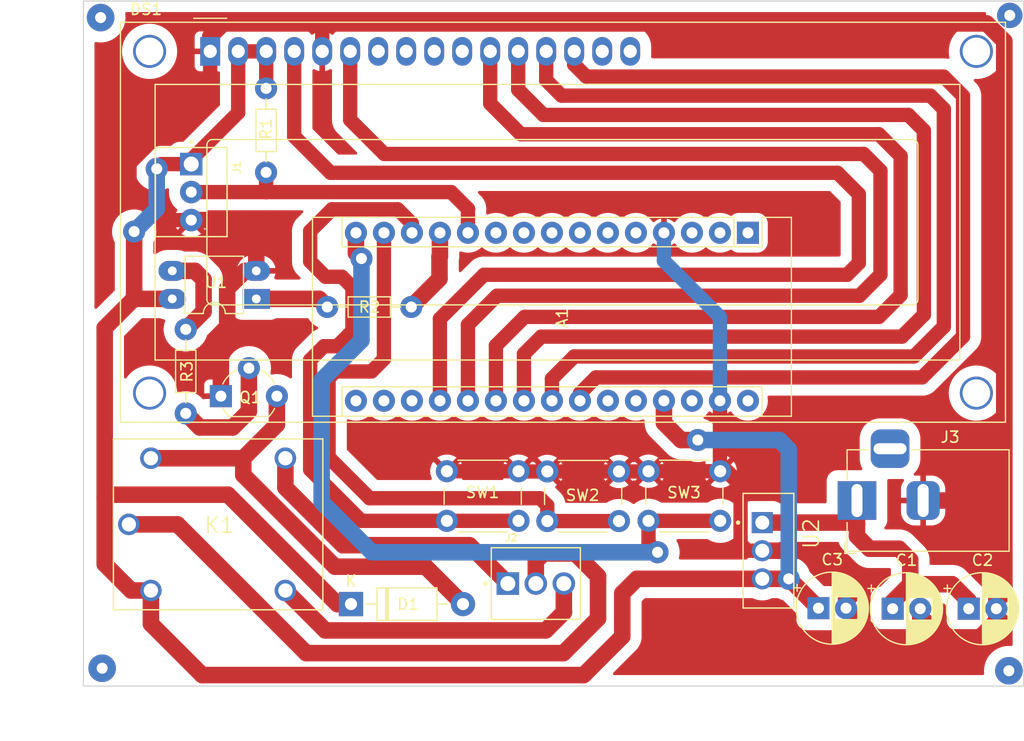
<source format=kicad_pcb>
(kicad_pcb (version 20211014) (generator pcbnew)
  (layers (0 "F.Cu" signal) (31 "B.Cu" signal) (34 "B.Paste" user) (35 "F.Paste" user) (36 "B.SilkS" user "B.Silkscreen") (37 "F.SilkS" user "F.Silkscreen") (38 "B.Mask" user) (39 "F.Mask" user) (44 "Edge.Cuts" user))
  (net 0 "")
  (net 6 "A0")
  (net 7 "GND")
  (net 8 "A1")
  (net 10 "A2")
  (net 12 "A3")
  (net 14 "A4")
  (net 16 "A5")
  (net 21 "D8")
  (net 22 "VCC")
  (net 23 "D9")
  (net 25 "D10")
  (net 26 "D11")
  (net 28 "D12")
  (net 30 "Net-(D1-Pad2)")
  (net 37 "Net-(J2-Pad1)")
  (net 38 "Net-(J2-Pad2)")
  (net 39 "Net-(J2-Pad3)")
  (net 40 "Net-(Q1-Pad2)")
  (net 41 "Net-(R2-Pad1)")
  (net 42 "Net-(R3-Pad2)")
  (net 43 "Net-(C1-Pad1)")
  (footprint "Resistor_THT:R_Axial_DIN0204_L3.6mm_D1.6mm_P7.62mm_Horizontal" (layer "F.Cu") (at 131.46 74.95)
    (fp_text reference "R2" (at 3.83 0.01) (layer "F.SilkS"))
    (fp_text value "470")
    (pad "1" thru_hole circle locked (at 0 0) (size 2 2) (drill 1) (layers *.Cu *.Mask) (net 41 "Net-(R2-Pad1)"))
    (pad "2" thru_hole oval locked (at 7.62 0) (size 2 2) (drill 1) (layers *.Cu *.Mask) (net 23 "D9"))
  )
  (footprint "Display:WC1602A" (layer "F.Cu") (at 120.84 51.7625)
    (fp_text reference "DS1" (at -5.82 -3.81) (layer "F.SilkS"))
    (fp_text value "WC1602A")
    (pad "" thru_hole circle locked (at -5.4991 31.0007) (size 3 3) (drill 2.5) (layers *.Cu *.Mask))
    (pad "" thru_hole circle locked (at 69.5 0) (size 3 3) (drill 2.5) (layers *.Cu *.Mask))
    (pad "" thru_hole circle locked (at 69.49948 31.0007) (size 3 3) (drill 2.5) (layers *.Cu *.Mask))
    (pad "" thru_hole circle locked (at -5.4991 0) (size 3 3) (drill 2.5) (layers *.Cu *.Mask))
    (pad "1" thru_hole rect locked (at 0 0) (size 1.8 2.6) (drill 1.2) (layers *.Cu *.Mask) (net 7 "GND"))
    (pad "2" thru_hole oval locked (at 2.54 0) (size 1.8 2.6) (drill 1.2) (layers *.Cu *.Mask) (net 22 "VCC"))
    (pad "3" thru_hole oval locked (at 5.08 0) (size 1.8 2.6) (drill 1.2) (layers *.Cu *.Mask) (net 22 "VCC"))
    (pad "4" thru_hole oval locked (at 7.62 0) (size 1.8 2.6) (drill 1.2) (layers *.Cu *.Mask) (net 6 "A0"))
    (pad "5" thru_hole oval locked (at 10.16 0) (size 1.8 2.6) (drill 1.2) (layers *.Cu *.Mask) (net 7 "GND"))
    (pad "6" thru_hole oval locked (at 12.7 0) (size 1.8 2.6) (drill 1.2) (layers *.Cu *.Mask) (net 8 "A1"))
    (pad "7" thru_hole oval locked (at 15.24 0) (size 1.8 2.6) (drill 1.2) (layers *.Cu *.Mask))
    (pad "8" thru_hole oval locked (at 17.78 0) (size 1.8 2.6) (drill 1.2) (layers *.Cu *.Mask))
    (pad "9" thru_hole oval locked (at 20.32 0) (size 1.8 2.6) (drill 1.2) (layers *.Cu *.Mask))
    (pad "10" thru_hole oval locked (at 22.86 0) (size 1.8 2.6) (drill 1.2) (layers *.Cu *.Mask))
    (pad "11" thru_hole oval locked (at 25.4 0) (size 1.8 2.6) (drill 1.2) (layers *.Cu *.Mask) (net 10 "A2"))
    (pad "12" thru_hole oval locked (at 27.94 0) (size 1.8 2.6) (drill 1.2) (layers *.Cu *.Mask) (net 12 "A3"))
    (pad "13" thru_hole oval locked (at 30.48 0) (size 1.8 2.6) (drill 1.2) (layers *.Cu *.Mask) (net 14 "A4"))
    (pad "14" thru_hole oval locked (at 33.02 0) (size 1.8 2.6) (drill 1.2) (layers *.Cu *.Mask) (net 16 "A5"))
    (pad "15" thru_hole oval locked (at 35.56 0) (size 1.8 2.6) (drill 1.2) (layers *.Cu *.Mask))
    (pad "16" thru_hole oval locked (at 38.1 0) (size 1.8 2.6) (drill 1.2) (layers *.Cu *.Mask))
  )
  (footprint "Module:Arduino_Nano" (layer "F.Cu") (at 169.62 68.22 -90)
    (fp_text reference "A1" (at 7.73 16.85 90) (layer "F.SilkS"))
    (fp_text value "Arduino_Nano_v2.x")
    (pad "1" thru_hole rect locked (at 0 0 270) (size 2 2) (drill 1) (layers *.Cu *.Mask))
    (pad "2" thru_hole oval locked (at 0 2.54 270) (size 2 2) (drill 1) (layers *.Cu *.Mask))
    (pad "3" thru_hole oval locked (at 0 5.08 270) (size 2 2) (drill 1) (layers *.Cu *.Mask))
    (pad "4" thru_hole oval locked (at 0 7.62 270) (size 2 2) (drill 1) (layers *.Cu *.Mask) (net 7 "GND"))
    (pad "5" thru_hole oval locked (at 0 10.16 270) (size 2 2) (drill 1) (layers *.Cu *.Mask))
    (pad "6" thru_hole oval locked (at 0 12.7 270) (size 2 2) (drill 1) (layers *.Cu *.Mask))
    (pad "7" thru_hole oval locked (at 0 15.24 270) (size 2 2) (drill 1) (layers *.Cu *.Mask))
    (pad "8" thru_hole oval locked (at 0 17.78 270) (size 2 2) (drill 1) (layers *.Cu *.Mask))
    (pad "9" thru_hole oval locked (at 0 20.32 270) (size 2 2) (drill 1) (layers *.Cu *.Mask))
    (pad "10" thru_hole oval locked (at 0 22.86 270) (size 2 2) (drill 1) (layers *.Cu *.Mask))
    (pad "11" thru_hole oval locked (at 0 25.4 270) (size 1.6 1.6) (drill 1) (layers *.Cu *.Mask) (net 21 "D8"))
    (pad "12" thru_hole oval locked (at 0 27.94 270) (size 1.6 1.6) (drill 1) (layers *.Cu *.Mask) (net 23 "D9"))
    (pad "13" thru_hole oval locked (at 0 30.48 270) (size 1.6 1.6) (drill 1) (layers *.Cu *.Mask) (net 25 "D10"))
    (pad "14" thru_hole oval locked (at 0 33.02 270) (size 1.6 1.6) (drill 1) (layers *.Cu *.Mask) (net 26 "D11"))
    (pad "15" thru_hole oval locked (at 0 35.56 270) (size 1.6 1.6) (drill 1) (layers *.Cu *.Mask) (net 28 "D12"))
    (pad "16" thru_hole oval locked (at 15.24 35.56 270) (size 2 2) (drill 1) (layers *.Cu *.Mask))
    (pad "17" thru_hole oval locked (at 15.24 33.02 270) (size 2 2) (drill 1) (layers *.Cu *.Mask))
    (pad "18" thru_hole oval locked (at 15.24 30.48 270) (size 2 2) (drill 1) (layers *.Cu *.Mask))
    (pad "19" thru_hole oval locked (at 15.24 27.94 270) (size 1.6 1.6) (drill 1) (layers *.Cu *.Mask) (net 6 "A0"))
    (pad "20" thru_hole oval locked (at 15.24 25.4 270) (size 1.6 1.6) (drill 1) (layers *.Cu *.Mask) (net 8 "A1"))
    (pad "21" thru_hole oval locked (at 15.24 22.86 270) (size 1.6 1.6) (drill 1) (layers *.Cu *.Mask) (net 10 "A2"))
    (pad "22" thru_hole oval locked (at 15.24 20.32 270) (size 1.6 1.6) (drill 1) (layers *.Cu *.Mask) (net 12 "A3"))
    (pad "23" thru_hole oval locked (at 15.24 17.78 270) (size 1.6 1.6) (drill 1) (layers *.Cu *.Mask) (net 14 "A4"))
    (pad "24" thru_hole oval locked (at 15.24 15.24 270) (size 1.6 1.6) (drill 1) (layers *.Cu *.Mask) (net 16 "A5"))
    (pad "25" thru_hole oval locked (at 15.24 12.7 270) (size 2 2) (drill 1) (layers *.Cu *.Mask))
    (pad "26" thru_hole oval locked (at 15.24 10.16 270) (size 2 2) (drill 1) (layers *.Cu *.Mask))
    (pad "27" thru_hole oval locked (at 15.24 7.62 270) (size 2 2) (drill 1) (layers *.Cu *.Mask) (net 22 "VCC"))
    (pad "28" thru_hole oval locked (at 15.24 5.08 270) (size 2 2) (drill 1) (layers *.Cu *.Mask))
    (pad "29" thru_hole oval locked (at 15.24 2.54 270) (size 2 2) (drill 1) (layers *.Cu *.Mask) (net 7 "GND"))
    (pad "30" thru_hole oval locked (at 15.24 0 270) (size 2 2) (drill 1) (layers *.Cu *.Mask))
  )
  (footprint "Button_Switch_THT:SW_PUSH_6mm" (layer "F.Cu") (at 160.6 89.85)
    (fp_text reference "SW3" (at 3.22 1.94) (layer "F.SilkS"))
    (fp_text value "Select")
    (pad "1" thru_hole circle locked (at 6.5 0 90) (size 2 2) (drill 1.1) (layers *.Cu *.Mask) (net 7 "GND"))
    (pad "1" thru_hole circle locked (at 0 0 90) (size 2 2) (drill 1.1) (layers *.Cu *.Mask) (net 7 "GND"))
    (pad "2" thru_hole circle locked (at 6.5 4.5 90) (size 2 2) (drill 1.1) (layers *.Cu *.Mask) (net 28 "D12"))
    (pad "2" thru_hole circle locked (at 0 4.5 90) (size 2 2) (drill 1.1) (layers *.Cu *.Mask) (net 28 "D12"))
  )
  (footprint "282834-3:TE_282834-3" (layer "F.Cu") (at 147.8385 100.04)
    (fp_text reference "J2" (at 0.302098 -4.157686) (layer "F.SilkS") (effects (font (size 0.640198 0.640198))))
    (fp_text value "Output Relay")
    (pad "1" thru_hole rect locked (at 0 0) (size 2.04 2.04) (drill 1.36) (layers *.Cu *.Mask) (net 37 "Net-(J2-Pad1)"))
    (pad "2" thru_hole circle locked (at 2.54 0) (size 2.04 2.04) (drill 1.36) (layers *.Cu *.Mask) (net 38 "Net-(J2-Pad2)"))
    (pad "3" thru_hole circle locked (at 5.08 0) (size 2.04 2.04) (drill 1.36) (layers *.Cu *.Mask) (net 39 "Net-(J2-Pad3)"))
  )
  (footprint "Capacitor_THT:CP_Radial_D6.3mm_P2.50mm" (layer "F.Cu") (at 182.747621 102.32)
    (fp_text reference "C1" (at 1.25 -4.4) (layer "F.SilkS"))
    (fp_text value "47uF")
    (pad "1" thru_hole rect locked (at 0 0) (size 2 2) (drill 1) (layers *.Cu *.Mask) (net 43 "Net-(C1-Pad1)"))
    (pad "2" thru_hole circle locked (at 2.5 0) (size 2 2) (drill 1) (layers *.Cu *.Mask) (net 7 "GND"))
  )
  (footprint "Package_TO_SOT_THT:TO-92_Wide" (layer "F.Cu") (at 121.81 83.04)
    (fp_text reference "Q1" (at 2.66 0.12) (layer "F.SilkS"))
    (fp_text value "2N3904")
    (pad "1" thru_hole rect locked (at 0 0) (size 2 2) (drill 1) (layers *.Cu *.Mask) (net 7 "GND"))
    (pad "2" thru_hole circle locked (at 2.54 -2.54) (size 2 2) (drill 1) (layers *.Cu *.Mask) (net 40 "Net-(Q1-Pad2)"))
    (pad "3" thru_hole circle locked (at 5.08 0) (size 2 2) (drill 1) (layers *.Cu *.Mask) (net 30 "Net-(D1-Pad2)"))
  )
  (footprint "Capacitor_THT:CP_Radial_D6.3mm_P2.50mm" (layer "F.Cu") (at 189.647621 102.32)
    (fp_text reference "C2" (at 1.25 -4.4) (layer "F.SilkS"))
    (fp_text value "10uF")
    (pad "1" thru_hole rect locked (at 0 0) (size 2 2) (drill 1) (layers *.Cu *.Mask) (net 43 "Net-(C1-Pad1)"))
    (pad "2" thru_hole circle locked (at 2.5 0) (size 2 2) (drill 1) (layers *.Cu *.Mask) (net 7 "GND"))
  )
  (footprint "282834-3:TE_282834-3" (layer "F.Cu") (at 119.12 61.9885 -90)
    (fp_text reference "J1" (at 0.302098 -4.157686 90) (layer "F.SilkS") (effects (font (size 0.640198 0.640198))))
    (fp_text value "Sensor Suhu")
    (pad "1" thru_hole rect locked (at 0 0 270) (size 2.04 2.04) (drill 1.36) (layers *.Cu *.Mask) (net 22 "VCC"))
    (pad "2" thru_hole circle locked (at 2.54 0 270) (size 2.04 2.04) (drill 1) (layers *.Cu *.Mask) (net 21 "D8"))
    (pad "3" thru_hole circle locked (at 5.08 0 270) (size 2.04 2.04) (drill 1) (layers *.Cu *.Mask) (net 7 "GND"))
  )
  (footprint "Resistor_THT:R_Axial_DIN0204_L3.6mm_D1.6mm_P7.62mm_Horizontal" (layer "F.Cu") (at 125.91 55.1225 -90)
    (fp_text reference "R1" (at 3.68 0.01 90) (layer "F.SilkS"))
    (fp_text value "4K7")
    (pad "1" thru_hole circle locked (at 0 0 270) (size 2 2) (drill 1) (layers *.Cu *.Mask) (net 22 "VCC"))
    (pad "2" thru_hole circle locked (at 7.62 0 270) (size 2 2) (drill 1) (layers *.Cu *.Mask) (net 21 "D8"))
  )
  (footprint "JQC-3F-1C-24VDC:RELAY_JQC-3F-1C-24VDC" (layer "F.Cu") (at 121.56 94.67 180)
    (fp_text reference "K1" (at -0.12 -0.07) (layer "F.SilkS") (effects (font (size 1.4 1.4))))
    (fp_text value "JQC-3F-1C-24VDC")
    (pad "COIL1" thru_hole circle locked (at 6.1 -6 180) (size 1.95 1.95) (drill 1.3) (layers *.Cu *.Mask) (net 22 "VCC"))
    (pad "COIL2" thru_hole circle locked (at 6.1 6 180) (size 1.95 1.95) (drill 1.3) (layers *.Cu *.Mask) (net 30 "Net-(D1-Pad2)"))
    (pad "COM" thru_hole circle locked (at 8.1 0 180) (size 1.95 1.95) (drill 1.3) (layers *.Cu *.Mask) (net 38 "Net-(J2-Pad2)"))
    (pad "NC" thru_hole circle locked (at -6.1 6 180) (size 1.95 1.95) (drill 1.3) (layers *.Cu *.Mask) (net 37 "Net-(J2-Pad1)"))
    (pad "NO" thru_hole circle locked (at -6.1 -6 180) (size 1.95 1.95) (drill 1.3) (layers *.Cu *.Mask) (net 39 "Net-(J2-Pad3)"))
  )
  (footprint "Resistor_THT:R_Axial_DIN0204_L3.6mm_D1.6mm_P7.62mm_Horizontal" (layer "F.Cu") (at 118.62 84.6 90)
    (fp_text reference "R3" (at 3.78 0.11 90) (layer "F.SilkS"))
    (fp_text value "120")
    (pad "1" thru_hole circle locked (at 0 0 90) (size 2 2) (drill 1) (layers *.Cu *.Mask) (net 40 "Net-(Q1-Pad2)"))
    (pad "2" thru_hole oval locked (at 7.62 0 90) (size 2 2) (drill 1) (layers *.Cu *.Mask) (net 42 "Net-(R3-Pad2)"))
  )
  (footprint "Package_DIP:DIP-4_W7.62mm" (layer "F.Cu") (at 125.02 74.215 180)
    (fp_text reference "U1" (at 3.65 1.505) (layer "F.SilkS"))
    (fp_text value "PC817")
    (pad "1" thru_hole rect locked (at 0 0 180) (size 2.5 1.8) (drill 0.8) (layers *.Cu *.Mask) (net 41 "Net-(R2-Pad1)"))
    (pad "2" thru_hole oval locked (at 0 2.54 180) (size 2.5 1.8) (drill 0.8) (layers *.Cu *.Mask) (net 7 "GND"))
    (pad "3" thru_hole oval locked (at 7.62 2.54 180) (size 2.5 1.8) (drill 0.8) (layers *.Cu *.Mask) (net 42 "Net-(R3-Pad2)"))
    (pad "4" thru_hole oval locked (at 7.62 0 180) (size 2.5 1.8) (drill 0.8) (layers *.Cu *.Mask) (net 22 "VCC"))
  )
  (footprint "Capacitor_THT:CP_Radial_D6.3mm_P2.50mm" (layer "F.Cu") (at 176.017621 102.27)
    (fp_text reference "C3" (at 1.25 -4.4) (layer "F.SilkS"))
    (fp_text value "0.1uF")
    (pad "1" thru_hole rect locked (at 0 0) (size 2 2) (drill 1) (layers *.Cu *.Mask) (net 22 "VCC"))
    (pad "2" thru_hole circle locked (at 2.5 0) (size 2 2) (drill 1) (layers *.Cu *.Mask) (net 7 "GND"))
  )
  (footprint "L7805CV:TO255P1040X460X1968-3" (layer "F.Cu") (at 170.92 94.51 -90)
    (fp_text reference "U2" (at 0.995 -4.444 90) (layer "F.SilkS") (effects (font (size 1.4 1.4))))
    (fp_text value "L7805CV")
    (pad "1" thru_hole rect locked (at 0 0 270) (size 1.91 1.91) (drill 1.27) (layers *.Cu *.Mask) (net 43 "Net-(C1-Pad1)"))
    (pad "2" thru_hole circle locked (at 2.55 0 270) (size 1.91 1.91) (drill 1.27) (layers *.Cu *.Mask) (net 7 "GND"))
    (pad "3" thru_hole circle locked (at 5.1 0 270) (size 1.91 1.91) (drill 1.27) (layers *.Cu *.Mask) (net 22 "VCC"))
  )
  (footprint "Diode_THT:D_DO-41_SOD81_P10.16mm_Horizontal" (layer "F.Cu") (at 133.61 101.9)
    (fp_text reference "D1" (at 5.17 0.02) (layer "F.SilkS"))
    (fp_text value "1N4007")
    (fp_text user "K" (at 0 -2.1) (layer "F.SilkS"))
    (pad "1" thru_hole rect locked (at 0 0) (size 2.2 2.2) (drill 1.1) (layers *.Cu *.Mask) (net 22 "VCC"))
    (pad "2" thru_hole oval locked (at 10.16 0) (size 2.2 2.2) (drill 1.1) (layers *.Cu *.Mask) (net 30 "Net-(D1-Pad2)"))
  )
  (footprint "Button_Switch_THT:SW_PUSH_6mm" (layer "F.Cu") (at 142.31 89.85)
    (fp_text reference "SW1" (at 3.23 1.92) (layer "F.SilkS"))
    (fp_text value "Up")
    (pad "1" thru_hole circle locked (at 0 0 90) (size 2 2) (drill 1.1) (layers *.Cu *.Mask) (net 7 "GND"))
    (pad "1" thru_hole circle locked (at 6.5 0 90) (size 2 2) (drill 1.1) (layers *.Cu *.Mask) (net 7 "GND"))
    (pad "2" thru_hole circle locked (at 0 4.5 90) (size 2 2) (drill 1.1) (layers *.Cu *.Mask) (net 25 "D10"))
    (pad "2" thru_hole circle locked (at 6.5 4.5 90) (size 2 2) (drill 1.1) (layers *.Cu *.Mask) (net 25 "D10"))
  )
  (footprint "Button_Switch_THT:SW_PUSH_6mm" (layer "F.Cu") (at 151.42 89.87)
    (fp_text reference "SW2" (at 3.2 2.16) (layer "F.SilkS"))
    (fp_text value "Down")
    (pad "1" thru_hole circle locked (at 0 0 90) (size 2 2) (drill 1.1) (layers *.Cu *.Mask) (net 7 "GND"))
    (pad "1" thru_hole circle locked (at 6.5 0 90) (size 2 2) (drill 1.1) (layers *.Cu *.Mask) (net 7 "GND"))
    (pad "2" thru_hole circle locked (at 6.5 4.5 90) (size 2 2) (drill 1.1) (layers *.Cu *.Mask) (net 26 "D11"))
    (pad "2" thru_hole circle locked (at 0 4.5 90) (size 2 2) (drill 1.1) (layers *.Cu *.Mask) (net 26 "D11"))
  )
  (footprint "Connector_BarrelJack:BarrelJack_Horizontal" (layer "F.Cu") (at 179.51 92.5075 180)
    (fp_text reference "J3" (at -8.45 5.75) (layer "F.SilkS"))
    (fp_text value "Jack-DC")
    (pad "1" thru_hole rect locked (at 0 0 180) (size 3.5 3.5) (drill oval 1 3) (layers *.Cu *.Mask) (net 43 "Net-(C1-Pad1)"))
    (pad "2" thru_hole roundrect locked (at -6 0 180) (size 3 3.5) (drill oval 1 3) (layers *.Cu *.Mask) (net 7 "GND"))
    (pad "3" thru_hole roundrect locked (at -3 4.7 180) (size 3.5 3.5) (drill oval 3 1) (layers *.Cu *.Mask))
  )
  (gr_poly (pts (xy 194.63 109.34) (xy 109.34 109.34) (xy 109.34 47.2) (xy 194.63 47.2)) (layer "Edge.Cuts") (width 0.1) (fill none))
  (via (at 193.29 107.95) (size 2.5) (drill 1) (layers "F.Cu" "B.Cu") (net 0))
  (via (at 110.9 48.7) (size 2.5) (drill 1) (layers "F.Cu" "B.Cu") (net 0))
  (via (at 111.04 107.72) (size 2.5) (drill 1) (layers "F.Cu" "B.Cu") (net 0))
  (via (at 193.37 48.5) (size 2.3) (drill 1) (layers "F.Cu" "B.Cu") (net 0))
  (segment (start 128.46 51.7625) (end 128.46 59.48) (width 1.3) (layer "F.Cu") (net 6))
  (segment (start 179.68 64.72) (end 179.68 70.96) (width 1.3) (layer "F.Cu") (net 6))
  (segment (start 141.68 76.02) (end 141.68 83.46) (width 1.3) (layer "F.Cu") (net 6))
  (segment (start 131.76 62.78) (end 177.74 62.78) (width 1.3) (layer "F.Cu") (net 6))
  (segment (start 178.61 72.03) (end 145.67 72.03) (width 1.3) (layer "F.Cu") (net 6))
  (segment (start 145.67 72.03) (end 141.68 76.02) (width 1.3) (layer "F.Cu") (net 6))
  (segment (start 179.68 70.96) (end 178.61 72.03) (width 1.3) (layer "F.Cu") (net 6))
  (segment (start 128.46 59.48) (end 131.76 62.78) (width 1.3) (layer "F.Cu") (net 6))
  (segment (start 177.74 62.78) (end 179.68 64.72) (width 1.3) (layer "F.Cu") (net 6))
  (via (at 141.68 83.46) (size 2) (drill 1) (layers "F.Cu" "B.Cu") (net 6))
  (segment (start 185.247621 102.32) (end 185.247621 104.557621) (width 1.5) (layer "F.Cu") (net 7))
  (segment (start 170.92 97.06) (end 176.71 97.06) (width 1.5) (layer "F.Cu") (net 7))
  (segment (start 191.271633 49.23) (end 130.4 49.23) (width 1.5) (layer "F.Cu") (net 7))
  (segment (start 123.39 67.03) (end 123.3515 67.0685) (width 1.5) (layer "F.Cu") (net 7))
  (segment (start 113.52 61.93) (end 113.52 64.237) (width 1.3) (layer "F.Cu") (net 7))
  (segment (start 190.678991 104.92) (end 185.61 104.92) (width 1.5) (layer "F.Cu") (net 7))
  (segment (start 192.147621 102.32) (end 192.147621 103.45137) (width 1.5) (layer "F.Cu") (net 7))
  (segment (start 157.92 89.87) (end 160.58 89.87) (width 1.3) (layer "F.Cu") (net 7))
  (segment (start 176.71 97.06) (end 178.517621 98.867621) (width 1.5) (layer "F.Cu") (net 7))
  (segment (start 192.147621 94.627621) (end 192.147621 102.32) (width 1.5) (layer "F.Cu") (net 7))
  (segment (start 178.517621 98.867621) (end 178.517621 102.27) (width 1.5) (layer "F.Cu") (net 7))
  (segment (start 123.995 71.675) (end 125.02 71.675) (width 1.5) (layer "F.Cu") (net 7))
  (segment (start 167.08 89.83) (end 167.1 89.85) (width 1.3) (layer "F.Cu") (net 7))
  (segment (start 131 49.83) (end 131 51.7625) (width 1.3) (layer "F.Cu") (net 7))
  (segment (start 185.51 92.5075) (end 190.0275 92.5075) (width 1.5) (layer "F.Cu") (net 7))
  (segment (start 151.42 89.87) (end 148.83 89.87) (width 1.3) (layer "F.Cu") (net 7))
  (segment (start 122.38 73.29) (end 123.995 71.675) (width 1.5) (layer "F.Cu") (net 7))
  (segment (start 190.0275 87.7325) (end 192.87 84.89) (width 1.5) (layer "F.Cu") (net 7))
  (segment (start 157.92 89.87) (end 151.42 89.87) (width 1.3) (layer "F.Cu") (net 7))
  (segment (start 192.87 50.828367) (end 191.271633 49.23) (width 1.5) (layer "F.Cu") (net 7))
  (segment (start 160.58 89.87) (end 160.6 89.85) (width 1.3) (layer "F.Cu") (net 7))
  (segment (start 148.83 89.87) (end 148.81 89.85) (width 1.3) (layer "F.Cu") (net 7))
  (segment (start 169.569427 97.06) (end 170.92 97.06) (width 1.3) (layer "F.Cu") (net 7))
  (segment (start 122.02 49.23) (end 130.4 49.23) (width 1.5) (layer "F.Cu") (net 7))
  (segment (start 142.31 89.85) (end 148.81 89.85) (width 1.3) (layer "F.Cu") (net 7))
  (segment (start 190.0275 92.5075) (end 190.0275 87.7325) (width 1.5) (layer "F.Cu") (net 7))
  (segment (start 167.1 89.85) (end 160.6 89.85) (width 1.3) (layer "F.Cu") (net 7))
  (segment (start 120.84 51.7625) (end 120.84 50.41) (width 1.3) (layer "F.Cu") (net 7))
  (segment (start 167.1 89.85) (end 167.75 89.85) (width 1.3) (layer "F.Cu") (net 7))
  (segment (start 168.949511 96.440084) (end 169.569427 97.06) (width 1.3) (layer "F.Cu") (net 7))
  (segment (start 125.02 71.675) (end 125.02 68.66) (width 1.5) (layer "F.Cu") (net 7))
  (segment (start 190.0275 92.5075) (end 192.147621 94.627621) (width 1.5) (layer "F.Cu") (net 7))
  (segment (start 116.3515 67.0685) (end 119.12 67.0685) (width 1.3) (layer "F.Cu") (net 7))
  (segment (start 120.84 50.41) (end 122.02 49.23) (width 1.5) (layer "F.Cu") (net 7))
  (segment (start 192.87 84.89) (end 192.87 50.828367) (width 1.5) (layer "F.Cu") (net 7))
  (segment (start 120.84 51.7625) (end 120.84 56.38) (width 1.3) (layer "F.Cu") (net 7))
  (segment (start 118.11 59.11) (end 116.34 59.11) (width 1.3) (layer "F.Cu") (net 7))
  (segment (start 168.949511 91.049511) (end 168.949511 96.440084) (width 1.3) (layer "F.Cu") (net 7))
  (segment (start 113.52 64.237) (end 116.3515 67.0685) (width 1.3) (layer "F.Cu") (net 7))
  (segment (start 123.3515 67.0685) (end 119.12 67.0685) (width 1.5) (layer "F.Cu") (net 7))
  (segment (start 116.34 59.11) (end 113.52 61.93) (width 1.3) (layer "F.Cu") (net 7))
  (segment (start 185.247621 104.557621) (end 185.61 104.92) (width 1.5) (layer "F.Cu") (net 7))
  (segment (start 192.147621 103.45137) (end 190.678991 104.92) (width 1.5) (layer "F.Cu") (net 7))
  (segment (start 167.08 83.46) (end 167.08 89.83) (width 1.3) (layer "F.Cu") (net 7))
  (segment (start 185.61 104.92) (end 181.167621 104.92) (width 1.5) (layer "F.Cu") (net 7))
  (segment (start 167.75 89.85) (end 168.949511 91.049511) (width 1.3) (layer "F.Cu") (net 7))
  (segment (start 121.81 78.46) (end 122.38 77.89) (width 1.5) (layer "F.Cu") (net 7))
  (segment (start 120.84 56.38) (end 118.11 59.11) (width 1.3) (layer "F.Cu") (net 7))
  (segment (start 121.81 83.04) (end 121.81 78.46) (width 1.5) (layer "F.Cu") (net 7))
  (segment (start 181.167621 104.92) (end 178.517621 102.27) (width 1.5) (layer "F.Cu") (net 7))
  (segment (start 122.38 77.89) (end 122.38 73.29) (width 1.5) (layer "F.Cu") (net 7))
  (segment (start 125.02 68.66) (end 123.39 67.03) (width 1.5) (layer "F.Cu") (net 7))
  (segment (start 162 68.22) (end 162 70.77) (width 1.3) (layer "B.Cu") (net 7))
  (segment (start 162 70.77) (end 167.08 75.85) (width 1.3) (layer "B.Cu") (net 7))
  (segment (start 167.08 75.85) (end 167.08 83.46) (width 1.3) (layer "B.Cu") (net 7))
  (segment (start 144.22 76.56) (end 146.85 73.93) (width 1.3) (layer "F.Cu") (net 8))
  (segment (start 146.85 73.93) (end 179.73 73.93) (width 1.3) (layer "F.Cu") (net 8))
  (segment (start 136.63 61.07) (end 133.54 57.98) (width 1.3) (layer "F.Cu") (net 8))
  (segment (start 179.73 73.93) (end 181.64 72.02) (width 1.3) (layer "F.Cu") (net 8))
  (segment (start 180.12 61.07) (end 136.63 61.07) (width 1.3) (layer "F.Cu") (net 8))
  (segment (start 181.64 72.02) (end 181.64 62.59) (width 1.3) (layer "F.Cu") (net 8))
  (segment (start 144.22 83.46) (end 144.22 76.56) (width 1.3) (layer "F.Cu") (net 8))
  (segment (start 181.64 62.59) (end 180.12 61.07) (width 1.3) (layer "F.Cu") (net 8))
  (segment (start 133.54 57.98) (end 133.54 51.7625) (width 1.3) (layer "F.Cu") (net 8))
  (via (at 144.22 83.46) (size 2) (drill 1) (layers "F.Cu" "B.Cu") (net 8))
  (segment (start 183.47 73.88) (end 183.47 61.26) (width 1.3) (layer "F.Cu") (net 10))
  (segment (start 149.36 75.85) (end 181.5 75.85) (width 1.3) (layer "F.Cu") (net 10))
  (segment (start 146.76 83.46) (end 146.76 78.45) (width 1.3) (layer "F.Cu") (net 10))
  (segment (start 149.02 59.28) (end 146.24 56.5) (width 1.3) (layer "F.Cu") (net 10))
  (segment (start 146.24 56.5) (end 146.24 51.7625) (width 1.3) (layer "F.Cu") (net 10))
  (segment (start 146.76 78.45) (end 149.36 75.85) (width 1.3) (layer "F.Cu") (net 10))
  (segment (start 183.47 61.26) (end 181.49 59.28) (width 1.3) (layer "F.Cu") (net 10))
  (segment (start 181.49 59.28) (end 149.02 59.28) (width 1.3) (layer "F.Cu") (net 10))
  (segment (start 181.5 75.85) (end 183.47 73.88) (width 1.3) (layer "F.Cu") (net 10))
  (via (at 146.76 83.46) (size 2) (drill 1) (layers "F.Cu" "B.Cu") (net 10))
  (segment (start 185.58 58.94) (end 185.58 75.65) (width 1.3) (layer "F.Cu") (net 12))
  (segment (start 150.87 77.64) (end 149.3 79.21) (width 1.3) (layer "F.Cu") (net 12))
  (segment (start 183.59 77.64) (end 150.87 77.64) (width 1.3) (layer "F.Cu") (net 12))
  (segment (start 149.3 79.21) (end 149.3 83.46) (width 1.3) (layer "F.Cu") (net 12))
  (segment (start 148.78 51.7625) (end 148.78 55.24) (width 1.3) (layer "F.Cu") (net 12))
  (segment (start 148.78 55.24) (end 151.07 57.53) (width 1.3) (layer "F.Cu") (net 12))
  (segment (start 185.58 75.65) (end 183.59 77.64) (width 1.3) (layer "F.Cu") (net 12))
  (segment (start 184.17 57.53) (end 185.58 58.94) (width 1.3) (layer "F.Cu") (net 12))
  (segment (start 151.07 57.53) (end 184.17 57.53) (width 1.3) (layer "F.Cu") (net 12))
  (via (at 149.3 83.46) (size 2) (drill 1) (layers "F.Cu" "B.Cu") (net 12))
  (segment (start 187.39 76.73) (end 187.39 57) (width 1.3) (layer "F.Cu") (net 14))
  (segment (start 152.71 55.78) (end 151.32 54.39) (width 1.3) (layer "F.Cu") (net 14))
  (segment (start 153.86 79.44) (end 184.68 79.44) (width 1.3) (layer "F.Cu") (net 14))
  (segment (start 187.39 57) (end 186.17 55.78) (width 1.3) (layer "F.Cu") (net 14))
  (segment (start 151.84 83.46) (end 151.84 81.46) (width 1.3) (layer "F.Cu") (net 14))
  (segment (start 184.68 79.44) (end 187.39 76.73) (width 1.3) (layer "F.Cu") (net 14))
  (segment (start 186.17 55.78) (end 152.71 55.78) (width 1.3) (layer "F.Cu") (net 14))
  (segment (start 151.32 54.39) (end 151.32 51.7625) (width 1.3) (layer "F.Cu") (net 14))
  (segment (start 151.84 81.46) (end 153.86 79.44) (width 1.3) (layer "F.Cu") (net 14))
  (via (at 151.84 83.46) (size 2) (drill 1) (layers "F.Cu" "B.Cu") (net 14))
  (segment (start 153.86 51.7625) (end 153.86 52.96) (width 1.3) (layer "F.Cu") (net 16))
  (segment (start 189.13 77.63) (end 185.42 81.34) (width 1.3) (layer "F.Cu") (net 16))
  (segment (start 155.83 81.34) (end 154.38 82.79) (width 1.3) (layer "F.Cu") (net 16))
  (segment (start 153.86 52.96) (end 154.95 54.05) (width 1.3) (layer "F.Cu") (net 16))
  (segment (start 154.38 82.79) (end 154.38 83.46) (width 1.3) (layer "F.Cu") (net 16))
  (segment (start 154.95 54.05) (end 187.37 54.05) (width 1.3) (layer "F.Cu") (net 16))
  (segment (start 187.37 54.05) (end 189.13 55.81) (width 1.3) (layer "F.Cu") (net 16))
  (segment (start 185.42 81.34) (end 155.83 81.34) (width 1.3) (layer "F.Cu") (net 16))
  (segment (start 189.13 55.81) (end 189.13 77.63) (width 1.3) (layer "F.Cu") (net 16))
  (via (at 154.38 83.46) (size 2) (drill 1) (layers "F.Cu" "B.Cu") (net 16))
  (segment (start 119.12 64.5285) (end 125.9085 64.5285) (width 1.3) (layer "F.Cu") (net 21))
  (segment (start 125.91 64.527) (end 125.91 62.7425) (width 1.3) (layer "F.Cu") (net 21))
  (segment (start 125.9085 64.5285) (end 142.6985 64.5285) (width 1.3) (layer "F.Cu") (net 21))
  (segment (start 144.23 66.06) (end 144.22 66.07) (width 1.3) (layer "F.Cu") (net 21))
  (segment (start 125.9085 64.5285) (end 125.91 64.527) (width 1.3) (layer "F.Cu") (net 21))
  (segment (start 142.6985 64.5285) (end 144.23 66.06) (width 1.3) (layer "F.Cu") (net 21))
  (segment (start 144.22 66.07) (end 144.22 68.22) (width 1.3) (layer "F.Cu") (net 21))
  (via (at 144.22 68.22) (size 2) (drill 1) (layers "F.Cu" "B.Cu") (net 21))
  (segment (start 115.46 100.67) (end 115.46 103.69) (width 1.5) (layer "F.Cu") (net 22))
  (segment (start 154.72 108.34) (end 158.22 104.84) (width 1.5) (layer "F.Cu") (net 22))
  (segment (start 133.61 101.9) (end 132.37 101.9) (width 1.5) (layer "F.Cu") (net 22))
  (segment (start 162 85.47) (end 163.46 86.93) (width 1.5) (layer "F.Cu") (net 22))
  (segment (start 158.22 104.84) (end 158.22 100.93) (width 1.5) (layer "F.Cu") (net 22))
  (segment (start 123.38 51.7625) (end 125.92 51.7625) (width 1.3) (layer "F.Cu") (net 22))
  (segment (start 173.32 99.61) (end 173.357621 99.61) (width 1.5) (layer "F.Cu") (net 22))
  (segment (start 113.975 74.215) (end 117.4 74.215) (width 1.5) (layer "F.Cu") (net 22))
  (segment (start 115.46 103.69) (end 120.11 108.34) (width 1.5) (layer "F.Cu") (net 22))
  (segment (start 123.38 57.33) (end 119.12 61.59) (width 1.3) (layer "F.Cu") (net 22))
  (segment (start 113.94 74.18) (end 113.975 74.215) (width 1.5) (layer "F.Cu") (net 22))
  (segment (start 159.54 99.61) (end 170.92 99.61) (width 1.5) (layer "F.Cu") (net 22))
  (segment (start 132.37 101.9) (end 122.45 91.98) (width 1.5) (layer "F.Cu") (net 22))
  (segment (start 125.92 55.1125) (end 125.91 55.1225) (width 1.3) (layer "F.Cu") (net 22))
  (segment (start 170.92 99.61) (end 173.32 99.61) (width 1.5) (layer "F.Cu") (net 22))
  (segment (start 163.46 86.93) (end 163.55 87.02) (width 1.5) (layer "F.Cu") (net 22))
  (segment (start 113.94 74.18) (end 113.94 68.11) (width 1.5) (layer "F.Cu") (net 22))
  (segment (start 162 83.46) (end 162 85.47) (width 1.5) (layer "F.Cu") (net 22))
  (segment (start 119.12 61.9885) (end 116.4215 61.9885) (width 1.3) (layer "F.Cu") (net 22))
  (segment (start 122.45 91.98) (end 111.56 91.98) (width 1.5) (layer "F.Cu") (net 22))
  (segment (start 120.11 108.34) (end 154.72 108.34) (width 1.5) (layer "F.Cu") (net 22))
  (segment (start 173.357621 99.61) (end 176.017621 102.27) (width 1.5) (layer "F.Cu") (net 22))
  (segment (start 123.38 51.7625) (end 123.38 57.33) (width 1.3) (layer "F.Cu") (net 22))
  (segment (start 125.92 51.7625) (end 125.92 55.1125) (width 1.3) (layer "F.Cu") (net 22))
  (segment (start 111.27 76.85) (end 113.94 74.18) (width 1.5) (layer "F.Cu") (net 22))
  (segment (start 111.56 91.98) (end 111.27 92.27) (width 1.5) (layer "F.Cu") (net 22))
  (segment (start 113.67 100.67) (end 111.27 98.27) (width 1.5) (layer "F.Cu") (net 22))
  (segment (start 115.46 100.67) (end 113.67 100.67) (width 1.5) (layer "F.Cu") (net 22))
  (segment (start 119.12 61.59) (end 119.12 61.9885) (width 1.3) (layer "F.Cu") (net 22))
  (segment (start 111.27 98.27) (end 111.27 92.27) (width 1.5) (layer "F.Cu") (net 22))
  (segment (start 163.55 87.02) (end 165.07 87.02) (width 1.5) (layer "F.Cu") (net 22))
  (segment (start 158.22 100.93) (end 159.54 99.61) (width 1.5) (layer "F.Cu") (net 22))
  (segment (start 116.4215 61.9885) (end 115.99 62.42) (width 1.3) (layer "F.Cu") (net 22))
  (segment (start 111.27 92.27) (end 111.27 76.85) (width 1.5) (layer "F.Cu") (net 22))
  (via (at 113.94 68.11) (size 2) (drill 1) (layers "F.Cu" "B.Cu") (net 22))
  (via (at 165.07 87.02) (size 2) (drill 1) (layers "F.Cu" "B.Cu") (net 22))
  (via (at 173.32 99.61) (size 2) (drill 1) (layers "F.Cu" "B.Cu") (net 22))
  (via (at 115.99 62.42) (size 2) (drill 1) (layers "F.Cu" "B.Cu") (net 22))
  (segment (start 113.94 68.11) (end 115.99 66.06) (width 1.5) (layer "B.Cu") (net 22))
  (segment (start 165.07 87.02) (end 172.47 87.02) (width 1.5) (layer "B.Cu") (net 22))
  (segment (start 172.47 87.02) (end 173.32 87.87) (width 1.5) (layer "B.Cu") (net 22))
  (segment (start 115.99 66.06) (end 115.99 62.42) (width 1.5) (layer "B.Cu") (net 22))
  (segment (start 173.32 87.87) (end 173.32 99.61) (width 1.5) (layer "B.Cu") (net 22))
  (segment (start 141.68 70.34) (end 141.68 68.22) (width 1.5) (layer "F.Cu") (net 23))
  (segment (start 139.08 74.95) (end 141.64 72.39) (width 1.5) (layer "F.Cu") (net 23))
  (segment (start 141.64 70.38) (end 141.68 70.34) (width 1.5) (layer "F.Cu") (net 23))
  (segment (start 141.64 72.39) (end 141.64 70.38) (width 1.5) (layer "F.Cu") (net 23))
  (via (at 141.68 68.22) (size 2) (drill 1) (layers "F.Cu" "B.Cu") (net 23))
  (segment (start 131.89 66.09) (end 137.85 66.09) (width 1.3) (layer "F.Cu") (net 25))
  (segment (start 129.91 68.07) (end 131.89 66.09) (width 1.3) (layer "F.Cu") (net 25))
  (segment (start 133.74 77.13) (end 133.74 73.16) (width 1.3) (layer "F.Cu") (net 25))
  (segment (start 129.91 70.82) (end 129.91 68.07) (width 1.3) (layer "F.Cu") (net 25))
  (segment (start 131.3 72.21) (end 129.91 70.82) (width 1.3) (layer "F.Cu") (net 25))
  (segment (start 142.31 94.35) (end 134.55 94.35) (width 1.3) (layer "F.Cu") (net 25))
  (segment (start 134.55 94.35) (end 129.91 89.71) (width 1.3) (layer "F.Cu") (net 25))
  (segment (start 142.31 94.35) (end 148.81 94.35) (width 1.3) (layer "F.Cu") (net 25))
  (segment (start 129.91 89.71) (end 129.91 79.76) (width 1.3) (layer "F.Cu") (net 25))
  (segment (start 139.14 67.38) (end 139.14 68.22) (width 1.3) (layer "F.Cu") (net 25))
  (segment (start 133.74 73.16) (end 132.79 72.21) (width 1.3) (layer "F.Cu") (net 25))
  (segment (start 132.79 72.21) (end 131.3 72.21) (width 1.3) (layer "F.Cu") (net 25))
  (segment (start 129.91 79.76) (end 131.16 78.51) (width 1.3) (layer "F.Cu") (net 25))
  (segment (start 137.85 66.09) (end 139.14 67.38) (width 1.3) (layer "F.Cu") (net 25))
  (segment (start 132.36 78.51) (end 133.74 77.13) (width 1.3) (layer "F.Cu") (net 25))
  (segment (start 131.16 78.51) (end 132.36 78.51) (width 1.3) (layer "F.Cu") (net 25))
  (via (at 139.14 68.22) (size 2) (drill 1) (layers "F.Cu" "B.Cu") (net 25))
  (segment (start 136.6 68.22) (end 136.6 79.67) (width 1.3) (layer "F.Cu") (net 26))
  (segment (start 131.58 88.58) (end 135.3 92.3) (width 1.3) (layer "F.Cu") (net 26))
  (segment (start 136.6 79.67) (end 135.47 80.8) (width 1.3) (layer "F.Cu") (net 26))
  (segment (start 135.47 80.8) (end 132.2 80.8) (width 1.3) (layer "F.Cu") (net 26))
  (segment (start 151.42 94.37) (end 157.92 94.37) (width 1.3) (layer "F.Cu") (net 26))
  (segment (start 132.2 80.8) (end 131.58 81.42) (width 1.3) (layer "F.Cu") (net 26))
  (segment (start 131.58 81.42) (end 131.58 88.58) (width 1.3) (layer "F.Cu") (net 26))
  (segment (start 150.764213 92.3) (end 151.42 92.955787) (width 1.3) (layer "F.Cu") (net 26))
  (segment (start 135.3 92.3) (end 150.764213 92.3) (width 1.3) (layer "F.Cu") (net 26))
  (segment (start 151.42 92.955787) (end 151.42 94.37) (width 1.3) (layer "F.Cu") (net 26))
  (via (at 136.6 68.22) (size 2) (drill 1) (layers "F.Cu" "B.Cu") (net 26))
  (segment (start 160.6 96.38) (end 161.42 97.2) (width 1.3) (layer "F.Cu") (net 28))
  (segment (start 134.06 70.06) (end 134.56 70.56) (width 1.5) (layer "F.Cu") (net 28))
  (segment (start 167.1 94.35) (end 160.6 94.35) (width 1.3) (layer "F.Cu") (net 28))
  (segment (start 160.6 94.35) (end 160.6 96.38) (width 1.3) (layer "F.Cu") (net 28))
  (segment (start 134.06 68.22) (end 134.06 70.06) (width 1.5) (layer "F.Cu") (net 28))
  (via (at 134.56 70.56) (size 2) (drill 1) (layers "F.Cu" "B.Cu") (net 28))
  (via (at 134.06 68.22) (size 2) (drill 1) (layers "F.Cu" "B.Cu") (net 28))
  (via (at 161.42 97.2) (size 2) (drill 1) (layers "F.Cu" "B.Cu") (net 28))
  (segment (start 134.56 77.98) (end 131.42 81.12) (width 1.5) (layer "B.Cu") (net 28))
  (segment (start 134.56 70.56) (end 134.56 77.98) (width 1.5) (layer "B.Cu") (net 28))
  (segment (start 135.32 97.01) (end 135.51 97.2) (width 1.5) (layer "B.Cu") (net 28))
  (segment (start 130.95 92.64) (end 135.32 97.01) (width 1.5) (layer "B.Cu") (net 28))
  (segment (start 130.95 81.59) (end 130.95 87.16) (width 1.5) (layer "B.Cu") (net 28))
  (segment (start 131.42 81.12) (end 130.95 81.59) (width 1.5) (layer "B.Cu") (net 28))
  (segment (start 130.95 87.16) (end 130.95 92.64) (width 1.5) (layer "B.Cu") (net 28))
  (segment (start 135.51 97.2) (end 161.42 97.2) (width 1.5) (layer "B.Cu") (net 28))
  (segment (start 143.77 101.9) (end 140.38 98.51) (width 1.5) (layer "F.Cu") (net 30))
  (segment (start 126.89 85.62) (end 123.84 88.67) (width 1.5) (layer "F.Cu") (net 30))
  (segment (start 140.38 98.51) (end 132.16 98.51) (width 1.5) (layer "F.Cu") (net 30))
  (segment (start 123.84 90.19) (end 123.84 88.67) (width 1.5) (layer "F.Cu") (net 30))
  (segment (start 132.16 98.51) (end 123.84 90.19) (width 1.5) (layer "F.Cu") (net 30))
  (segment (start 123.84 88.67) (end 115.46 88.67) (width 1.5) (layer "F.Cu") (net 30))
  (segment (start 126.89 83.04) (end 126.89 85.62) (width 1.5) (layer "F.Cu") (net 30))
  (segment (start 132.88 96.56) (end 144.3585 96.56) (width 1.5) (layer "F.Cu") (net 37))
  (segment (start 127.66 91.34) (end 132.88 96.56) (width 1.5) (layer "F.Cu") (net 37))
  (segment (start 127.66 88.67) (end 127.66 91.34) (width 1.5) (layer "F.Cu") (net 37))
  (segment (start 144.3585 96.56) (end 147.8385 100.04) (width 1.5) (layer "F.Cu") (net 37))
  (segment (start 156.02 103.21) (end 156.02 99.37) (width 1.5) (layer "F.Cu") (net 38))
  (segment (start 129.55 106.35) (end 152.88 106.35) (width 1.5) (layer "F.Cu") (net 38))
  (segment (start 151.07 97.31) (end 150.3785 98.0015) (width 1.5) (layer "F.Cu") (net 38))
  (segment (start 117.87 94.67) (end 129.55 106.35) (width 1.5) (layer "F.Cu") (net 38))
  (segment (start 153.96 97.31) (end 151.07 97.31) (width 1.5) (layer "F.Cu") (net 38))
  (segment (start 156.02 99.37) (end 153.96 97.31) (width 1.5) (layer "F.Cu") (net 38))
  (segment (start 113.46 94.67) (end 117.87 94.67) (width 1.5) (layer "F.Cu") (net 38))
  (segment (start 150.3785 98.0015) (end 150.3785 100.04) (width 1.5) (layer "F.Cu") (net 38))
  (segment (start 152.88 106.35) (end 156.02 103.21) (width 1.5) (layer "F.Cu") (net 38))
  (segment (start 127.66 100.67) (end 131.28 104.29) (width 1.5) (layer "F.Cu") (net 39))
  (segment (start 131.28 104.29) (end 151.28 104.29) (width 1.5) (layer "F.Cu") (net 39))
  (segment (start 151.28 104.29) (end 152.93 102.64) (width 1.5) (layer "F.Cu") (net 39))
  (segment (start 152.93 102.64) (end 152.9185 102.6285) (width 1.5) (layer "F.Cu") (net 39))
  (segment (start 152.9185 102.6285) (end 152.9185 100.04) (width 1.5) (layer "F.Cu") (net 39))
  (segment (start 118.62 84.6) (end 119.9 85.88) (width 1.5) (layer "F.Cu") (net 40))
  (segment (start 122.88 85.88) (end 124.35 84.41) (width 1.5) (layer "F.Cu") (net 40))
  (segment (start 124.35 84.41) (end 124.35 80.5) (width 1.5) (layer "F.Cu") (net 40))
  (segment (start 119.9 85.88) (end 122.88 85.88) (width 1.5) (layer "F.Cu") (net 40))
  (segment (start 125.02 74.215) (end 130.725 74.215) (width 1.5) (layer "F.Cu") (net 41))
  (segment (start 130.725 74.215) (end 131.46 74.95) (width 1.5) (layer "F.Cu") (net 41))
  (segment (start 120.24 72.465) (end 120.24 75.36) (width 1.5) (layer "F.Cu") (net 42))
  (segment (start 120.24 75.36) (end 118.62 76.98) (width 1.5) (layer "F.Cu") (net 42))
  (segment (start 117.4 71.675) (end 119.45 71.675) (width 1.5) (layer "F.Cu") (net 42))
  (segment (start 119.45 71.675) (end 120.24 72.465) (width 1.5) (layer "F.Cu") (net 42))
  (segment (start 180.65 96.88) (end 183.32 96.88) (width 1.5) (layer "F.Cu") (net 43))
  (segment (start 179.51 95.74) (end 180.65 96.88) (width 1.5) (layer "F.Cu") (net 43))
  (segment (start 188.14 100.1) (end 184.34 100.1) (width 1.5) (layer "F.Cu") (net 43))
  (segment (start 184.34 100.1) (end 182.747621 101.692379) (width 1.5) (layer "F.Cu") (net 43))
  (segment (start 189.647621 102.32) (end 189.647621 101.607621) (width 1.5) (layer "F.Cu") (net 43))
  (segment (start 184.34 97.9) (end 184.34 100.1) (width 1.5) (layer "F.Cu") (net 43))
  (segment (start 189.647621 101.607621) (end 188.14 100.1) (width 1.5) (layer "F.Cu") (net 43))
  (segment (start 179.51 92.5075) (end 179.51 94.63) (width 1.5) (layer "F.Cu") (net 43))
  (segment (start 182.747621 101.692379) (end 182.747621 102.32) (width 1.5) (layer "F.Cu") (net 43))
  (segment (start 179.39 94.51) (end 179.51 94.63) (width 1.5) (layer "F.Cu") (net 43))
  (segment (start 179.51 94.63) (end 179.51 95.74) (width 1.5) (layer "F.Cu") (net 43))
  (segment (start 183.32 96.88) (end 184.34 97.9) (width 1.5) (layer "F.Cu") (net 43))
  (segment (start 170.92 94.51) (end 179.39 94.51) (width 1.5) (layer "F.Cu") (net 43))
  (zone (net 7) (net_name "GND") (layer "F.Cu") (connect_pads (clearance 1)) (min_thickness 0.254) (fill yes (thermal_gap 0.508) (thermal_bridge_width 0.508))
    (polygon (pts (xy 194.62 109.35) (xy 109.35 109.35) (xy 109.35 47.2) (xy 194.62 47.2)))
  )
)
</source>
